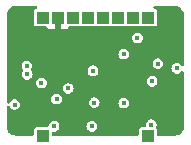
<source format=gbr>
%TF.GenerationSoftware,KiCad,Pcbnew,8.0.1-8.0.1-1~ubuntu22.04.1*%
%TF.CreationDate,2024-03-30T15:12:20+00:00*%
%TF.ProjectId,EMG_INA331,454d475f-494e-4413-9333-312e6b696361,1.0*%
%TF.SameCoordinates,Original*%
%TF.FileFunction,Copper,L3,Inr*%
%TF.FilePolarity,Positive*%
%FSLAX46Y46*%
G04 Gerber Fmt 4.6, Leading zero omitted, Abs format (unit mm)*
G04 Created by KiCad (PCBNEW 8.0.1-8.0.1-1~ubuntu22.04.1) date 2024-03-30 15:12:20*
%MOMM*%
%LPD*%
G01*
G04 APERTURE LIST*
%TA.AperFunction,ComponentPad*%
%ADD10R,1.000000X1.000000*%
%TD*%
%TA.AperFunction,ViaPad*%
%ADD11C,0.400000*%
%TD*%
G04 APERTURE END LIST*
D10*
%TO.N,/MISO*%
%TO.C,J4*%
X-635000Y0D03*
%TD*%
%TO.N,/SCLK*%
%TO.C,J6*%
X1905000Y0D03*
%TD*%
%TO.N,+3.3V*%
%TO.C,J1*%
X-4445000Y0D03*
%TD*%
%TO.N,GND*%
%TO.C,J2*%
X-3175000Y0D03*
%TD*%
%TO.N,/CSB*%
%TO.C,J7*%
X3175000Y0D03*
%TD*%
%TO.N,unconnected-(J3-Pin_1-Pad1)*%
%TO.C,J3*%
X-1905000Y0D03*
%TD*%
%TO.N,/PROB-*%
%TO.C,J9*%
X4445000Y-10000000D03*
%TD*%
%TO.N,/PROB+*%
%TO.C,J10*%
X-4445000Y-10000000D03*
%TD*%
%TO.N,/MOSI*%
%TO.C,J5*%
X635000Y0D03*
%TD*%
%TO.N,/extRef*%
%TO.C,J8*%
X4445000Y0D03*
%TD*%
D11*
%TO.N,/IN-*%
X-300000Y-9200000D03*
%TO.N,GND*%
X-2900000Y-4300000D03*
X4200000Y-3400000D03*
X5800000Y-5000000D03*
X4600000Y-7236500D03*
X-4400000Y-6500000D03*
X-5100000Y-2300000D03*
X400000Y-4000000D03*
%TO.N,+3.3V*%
X6900000Y-4300000D03*
%TO.N,+3.3VA*%
X-5791400Y-4100000D03*
%TO.N,/CSB*%
X3560000Y-1730000D03*
%TO.N,Vref*%
X-200000Y-4500000D03*
X-100000Y-7200000D03*
%TO.N,Net-(U2--IN)*%
X-3290000Y-6910000D03*
%TO.N,Net-(U4--IN)*%
X2400000Y-7250000D03*
%TO.N,Net-(U5-R)*%
X2400000Y-3100000D03*
%TO.N,Net-(U1-GS)*%
X-6830000Y-7370000D03*
%TO.N,/IN+*%
X-3500000Y-9200000D03*
%TO.N,/REF*%
X-2300000Y-6000000D03*
X-4567100Y-5532100D03*
%TO.N,/OUT_INA*%
X-5775000Y-4811700D03*
%TO.N,/OUT1*%
X4727550Y-9072450D03*
X5300000Y-3900000D03*
%TO.N,/ADC2*%
X4800000Y-5400000D03*
%TD*%
%TA.AperFunction,Conductor*%
%TO.N,GND*%
G36*
X-4960095Y969815D02*
G01*
X-4914340Y917011D01*
X-4904396Y847853D01*
X-4933421Y784297D01*
X-4992199Y746523D01*
X-5002943Y743883D01*
X-5042736Y735968D01*
X-5042740Y735967D01*
X-5125601Y680601D01*
X-5180967Y597740D01*
X-5180968Y597736D01*
X-5195500Y524679D01*
X-5195500Y-524678D01*
X-5180968Y-597735D01*
X-5180967Y-597739D01*
X-5180966Y-597740D01*
X-5125601Y-680601D01*
X-5047613Y-732710D01*
X-5042740Y-735966D01*
X-5042736Y-735967D01*
X-4969679Y-750499D01*
X-4969676Y-750500D01*
X-4174126Y-750500D01*
X-4107087Y-770185D01*
X-4074859Y-800189D01*
X-4032191Y-857186D01*
X-4032186Y-857191D01*
X-3917094Y-943350D01*
X-3917087Y-943354D01*
X-3782380Y-993596D01*
X-3782373Y-993598D01*
X-3722845Y-999999D01*
X-3722828Y-1000000D01*
X-3425000Y-1000000D01*
X-3425000Y-209618D01*
X-3374554Y-260064D01*
X-3300445Y-302851D01*
X-3217787Y-325000D01*
X-3132213Y-325000D01*
X-3049555Y-302851D01*
X-2975446Y-260064D01*
X-2925000Y-209618D01*
X-2925000Y-1000000D01*
X-2627172Y-1000000D01*
X-2627156Y-999999D01*
X-2567628Y-993598D01*
X-2567621Y-993596D01*
X-2432914Y-943354D01*
X-2432907Y-943350D01*
X-2317815Y-857191D01*
X-2317810Y-857186D01*
X-2275141Y-800189D01*
X-2219207Y-758318D01*
X-2175874Y-750500D01*
X-1380324Y-750500D01*
X-1380323Y-750499D01*
X-1363281Y-747109D01*
X-1295281Y-733584D01*
X-1294459Y-737720D01*
X-1248032Y-732710D01*
X-1244738Y-733677D01*
X-1244719Y-733584D01*
X-1159679Y-750499D01*
X-1159676Y-750500D01*
X-1159674Y-750500D01*
X-110324Y-750500D01*
X-110323Y-750499D01*
X-93281Y-747109D01*
X-25281Y-733584D01*
X-24459Y-737720D01*
X21968Y-732710D01*
X25262Y-733677D01*
X25281Y-733584D01*
X110321Y-750499D01*
X110324Y-750500D01*
X110326Y-750500D01*
X1159676Y-750500D01*
X1159677Y-750499D01*
X1176719Y-747109D01*
X1244719Y-733584D01*
X1245541Y-737720D01*
X1291968Y-732710D01*
X1295262Y-733677D01*
X1295281Y-733584D01*
X1380321Y-750499D01*
X1380324Y-750500D01*
X1380326Y-750500D01*
X2429676Y-750500D01*
X2429677Y-750499D01*
X2446719Y-747109D01*
X2514719Y-733584D01*
X2515541Y-737720D01*
X2561968Y-732710D01*
X2565262Y-733677D01*
X2565281Y-733584D01*
X2650321Y-750499D01*
X2650324Y-750500D01*
X2650326Y-750500D01*
X3699676Y-750500D01*
X3699677Y-750499D01*
X3716719Y-747109D01*
X3784719Y-733584D01*
X3785541Y-737720D01*
X3831968Y-732710D01*
X3835262Y-733677D01*
X3835281Y-733584D01*
X3920321Y-750499D01*
X3920324Y-750500D01*
X3920326Y-750500D01*
X4969676Y-750500D01*
X4969677Y-750499D01*
X5042740Y-735966D01*
X5125601Y-680601D01*
X5180966Y-597740D01*
X5195500Y-524674D01*
X5195500Y524674D01*
X5195500Y524677D01*
X5195499Y524679D01*
X5180967Y597736D01*
X5180966Y597740D01*
X5145999Y650072D01*
X5125601Y680601D01*
X5070235Y717595D01*
X5042739Y735967D01*
X5042735Y735968D01*
X5002943Y743883D01*
X4941032Y776268D01*
X4906457Y836984D01*
X4910197Y906753D01*
X4951064Y963425D01*
X5016082Y989006D01*
X5027134Y989500D01*
X6743908Y989500D01*
X6756061Y988903D01*
X6765633Y987961D01*
X6882118Y976488D01*
X6905955Y971746D01*
X7021310Y936753D01*
X7043764Y927452D01*
X7082490Y906753D01*
X7150071Y870630D01*
X7170283Y857125D01*
X7263464Y780653D01*
X7280652Y763465D01*
X7357124Y670284D01*
X7370629Y650072D01*
X7427450Y543768D01*
X7436752Y521311D01*
X7471745Y405956D01*
X7476488Y382114D01*
X7488903Y256062D01*
X7489500Y243908D01*
X7489500Y-3959929D01*
X7469815Y-4026968D01*
X7417011Y-4072723D01*
X7347853Y-4082667D01*
X7284297Y-4053642D01*
X7271787Y-4041131D01*
X7198051Y-3956034D01*
X7177301Y-3942699D01*
X7089069Y-3885996D01*
X7089065Y-3885994D01*
X7089064Y-3885994D01*
X6964774Y-3849500D01*
X6964772Y-3849500D01*
X6835228Y-3849500D01*
X6835226Y-3849500D01*
X6710935Y-3885994D01*
X6710932Y-3885995D01*
X6710931Y-3885996D01*
X6659677Y-3918934D01*
X6601950Y-3956033D01*
X6517118Y-4053937D01*
X6517117Y-4053938D01*
X6463302Y-4171774D01*
X6444867Y-4300000D01*
X6463302Y-4428225D01*
X6517117Y-4546061D01*
X6517118Y-4546063D01*
X6601951Y-4643967D01*
X6710931Y-4714004D01*
X6820117Y-4746063D01*
X6835225Y-4750499D01*
X6835227Y-4750500D01*
X6835228Y-4750500D01*
X6964773Y-4750500D01*
X6964773Y-4750499D01*
X7089069Y-4714004D01*
X7198049Y-4643967D01*
X7271787Y-4558867D01*
X7330564Y-4521093D01*
X7400433Y-4521092D01*
X7459212Y-4558866D01*
X7488238Y-4622422D01*
X7489500Y-4640070D01*
X7489500Y-9243906D01*
X7488903Y-9256060D01*
X7476488Y-9382112D01*
X7471746Y-9405953D01*
X7436753Y-9521309D01*
X7427450Y-9543767D01*
X7370629Y-9650072D01*
X7357124Y-9670284D01*
X7280653Y-9763464D01*
X7263465Y-9780652D01*
X7170284Y-9857124D01*
X7150072Y-9870629D01*
X7043768Y-9927450D01*
X7021310Y-9936753D01*
X6905954Y-9971746D01*
X6882113Y-9976488D01*
X6756072Y-9988902D01*
X6743918Y-9989499D01*
X5319500Y-9989499D01*
X5252461Y-9969814D01*
X5206706Y-9917010D01*
X5195500Y-9865499D01*
X5195500Y-9475323D01*
X5195499Y-9475321D01*
X5180967Y-9402264D01*
X5180966Y-9402260D01*
X5167504Y-9382112D01*
X5154767Y-9363050D01*
X5133891Y-9296375D01*
X5145078Y-9242649D01*
X5161494Y-9206703D01*
X5164247Y-9200676D01*
X5182683Y-9072450D01*
X5164247Y-8944224D01*
X5110432Y-8826387D01*
X5025599Y-8728483D01*
X4916619Y-8658446D01*
X4916615Y-8658444D01*
X4916614Y-8658444D01*
X4792324Y-8621950D01*
X4792322Y-8621950D01*
X4662778Y-8621950D01*
X4662776Y-8621950D01*
X4538485Y-8658444D01*
X4538482Y-8658445D01*
X4538481Y-8658446D01*
X4487227Y-8691384D01*
X4429500Y-8728483D01*
X4344668Y-8826387D01*
X4344667Y-8826388D01*
X4290852Y-8944224D01*
X4272416Y-9072450D01*
X4277507Y-9107854D01*
X4267563Y-9177012D01*
X4221808Y-9229816D01*
X4154769Y-9249500D01*
X3920323Y-9249500D01*
X3847264Y-9264032D01*
X3847260Y-9264033D01*
X3764399Y-9319399D01*
X3709033Y-9402260D01*
X3709032Y-9402264D01*
X3694500Y-9475321D01*
X3694500Y-9865499D01*
X3674815Y-9932538D01*
X3622011Y-9978293D01*
X3570500Y-9989499D01*
X-3570500Y-9989499D01*
X-3637539Y-9969814D01*
X-3683294Y-9917010D01*
X-3694500Y-9865499D01*
X-3694500Y-9774500D01*
X-3674815Y-9707461D01*
X-3622011Y-9661706D01*
X-3570500Y-9650500D01*
X-3435227Y-9650500D01*
X-3435227Y-9650499D01*
X-3310931Y-9614004D01*
X-3201951Y-9543967D01*
X-3117118Y-9446063D01*
X-3063303Y-9328226D01*
X-3044867Y-9200000D01*
X-755133Y-9200000D01*
X-736698Y-9328225D01*
X-702885Y-9402264D01*
X-682882Y-9446063D01*
X-598049Y-9543967D01*
X-489069Y-9614004D01*
X-364775Y-9650499D01*
X-364773Y-9650500D01*
X-364772Y-9650500D01*
X-235227Y-9650500D01*
X-235227Y-9650499D01*
X-110931Y-9614004D01*
X-1951Y-9543967D01*
X82882Y-9446063D01*
X136697Y-9328226D01*
X155133Y-9200000D01*
X136697Y-9071774D01*
X82882Y-8953937D01*
X-1951Y-8856033D01*
X-110931Y-8785996D01*
X-110935Y-8785994D01*
X-110936Y-8785994D01*
X-235226Y-8749500D01*
X-235228Y-8749500D01*
X-364772Y-8749500D01*
X-364774Y-8749500D01*
X-489065Y-8785994D01*
X-489068Y-8785995D01*
X-489069Y-8785996D01*
X-540323Y-8818934D01*
X-598050Y-8856033D01*
X-682882Y-8953937D01*
X-682883Y-8953938D01*
X-736698Y-9071774D01*
X-755133Y-9200000D01*
X-3044867Y-9200000D01*
X-3063303Y-9071774D01*
X-3117118Y-8953937D01*
X-3201951Y-8856033D01*
X-3310931Y-8785996D01*
X-3310935Y-8785994D01*
X-3310936Y-8785994D01*
X-3435226Y-8749500D01*
X-3435228Y-8749500D01*
X-3564772Y-8749500D01*
X-3564774Y-8749500D01*
X-3689065Y-8785994D01*
X-3689068Y-8785995D01*
X-3689069Y-8785996D01*
X-3740323Y-8818934D01*
X-3798050Y-8856033D01*
X-3882882Y-8953937D01*
X-3882883Y-8953938D01*
X-3936698Y-9071774D01*
X-3946959Y-9143147D01*
X-3975984Y-9206703D01*
X-4034762Y-9244477D01*
X-4069697Y-9249500D01*
X-4969677Y-9249500D01*
X-5042736Y-9264032D01*
X-5042740Y-9264033D01*
X-5125601Y-9319399D01*
X-5180967Y-9402260D01*
X-5180968Y-9402264D01*
X-5195500Y-9475321D01*
X-5195500Y-9865499D01*
X-5215185Y-9932538D01*
X-5267989Y-9978293D01*
X-5319500Y-9989499D01*
X-6743910Y-9989499D01*
X-6756063Y-9988902D01*
X-6882113Y-9976488D01*
X-6905956Y-9971745D01*
X-7021311Y-9936752D01*
X-7043768Y-9927450D01*
X-7150072Y-9870629D01*
X-7170284Y-9857124D01*
X-7263465Y-9780652D01*
X-7280653Y-9763464D01*
X-7357125Y-9670283D01*
X-7370630Y-9650071D01*
X-7427344Y-9543967D01*
X-7427452Y-9543764D01*
X-7436753Y-9521310D01*
X-7471746Y-9405955D01*
X-7476488Y-9382118D01*
X-7488903Y-9256060D01*
X-7489500Y-9243907D01*
X-7489500Y-7580373D01*
X-7469815Y-7513334D01*
X-7417011Y-7467579D01*
X-7347853Y-7457635D01*
X-7284297Y-7486660D01*
X-7252707Y-7528859D01*
X-7212882Y-7616063D01*
X-7128049Y-7713967D01*
X-7019069Y-7784004D01*
X-6894775Y-7820499D01*
X-6894773Y-7820500D01*
X-6894772Y-7820500D01*
X-6765227Y-7820500D01*
X-6765227Y-7820499D01*
X-6640931Y-7784004D01*
X-6531951Y-7713967D01*
X-6447118Y-7616063D01*
X-6393303Y-7498226D01*
X-6374867Y-7370000D01*
X-6393303Y-7241774D01*
X-6447118Y-7123937D01*
X-6531951Y-7026033D01*
X-6640931Y-6955996D01*
X-6640935Y-6955994D01*
X-6640936Y-6955994D01*
X-6765226Y-6919500D01*
X-6765228Y-6919500D01*
X-6894772Y-6919500D01*
X-6894774Y-6919500D01*
X-7019065Y-6955994D01*
X-7019068Y-6955995D01*
X-7019069Y-6955996D01*
X-7070323Y-6988934D01*
X-7128050Y-7026033D01*
X-7212882Y-7123937D01*
X-7212883Y-7123938D01*
X-7252706Y-7211138D01*
X-7298461Y-7263942D01*
X-7365501Y-7283626D01*
X-7432540Y-7263941D01*
X-7478295Y-7211137D01*
X-7489500Y-7159626D01*
X-7489500Y-6910000D01*
X-3745133Y-6910000D01*
X-3726698Y-7038225D01*
X-3687554Y-7123937D01*
X-3672882Y-7156063D01*
X-3588049Y-7253967D01*
X-3479069Y-7324004D01*
X-3354775Y-7360499D01*
X-3354773Y-7360500D01*
X-3354772Y-7360500D01*
X-3225227Y-7360500D01*
X-3225227Y-7360499D01*
X-3100931Y-7324004D01*
X-2991951Y-7253967D01*
X-2945189Y-7200000D01*
X-555133Y-7200000D01*
X-536698Y-7328225D01*
X-482883Y-7446061D01*
X-482882Y-7446063D01*
X-398049Y-7543967D01*
X-289069Y-7614004D01*
X-164775Y-7650499D01*
X-164773Y-7650500D01*
X-164772Y-7650500D01*
X-35227Y-7650500D01*
X-35227Y-7650499D01*
X89069Y-7614004D01*
X198049Y-7543967D01*
X282882Y-7446063D01*
X336697Y-7328226D01*
X347944Y-7250000D01*
X1944867Y-7250000D01*
X1963302Y-7378225D01*
X2012824Y-7486660D01*
X2017118Y-7496063D01*
X2101951Y-7593967D01*
X2210931Y-7664004D01*
X2335225Y-7700499D01*
X2335227Y-7700500D01*
X2335228Y-7700500D01*
X2464773Y-7700500D01*
X2464773Y-7700499D01*
X2589069Y-7664004D01*
X2698049Y-7593967D01*
X2782882Y-7496063D01*
X2836697Y-7378226D01*
X2855133Y-7250000D01*
X2836697Y-7121774D01*
X2782882Y-7003937D01*
X2698049Y-6906033D01*
X2589069Y-6835996D01*
X2589065Y-6835994D01*
X2589064Y-6835994D01*
X2464774Y-6799500D01*
X2464772Y-6799500D01*
X2335228Y-6799500D01*
X2335226Y-6799500D01*
X2210935Y-6835994D01*
X2210932Y-6835995D01*
X2210931Y-6835996D01*
X2179753Y-6856033D01*
X2101950Y-6906033D01*
X2017118Y-7003937D01*
X2017117Y-7003938D01*
X1963302Y-7121774D01*
X1944867Y-7250000D01*
X347944Y-7250000D01*
X355133Y-7200000D01*
X336697Y-7071774D01*
X282882Y-6953937D01*
X198049Y-6856033D01*
X89069Y-6785996D01*
X89065Y-6785994D01*
X89064Y-6785994D01*
X-35226Y-6749500D01*
X-35228Y-6749500D01*
X-164772Y-6749500D01*
X-164774Y-6749500D01*
X-289065Y-6785994D01*
X-289068Y-6785995D01*
X-289069Y-6785996D01*
X-340323Y-6818934D01*
X-398050Y-6856033D01*
X-482882Y-6953937D01*
X-482883Y-6953938D01*
X-536698Y-7071774D01*
X-555133Y-7200000D01*
X-2945189Y-7200000D01*
X-2907118Y-7156063D01*
X-2853303Y-7038226D01*
X-2834867Y-6910000D01*
X-2853303Y-6781774D01*
X-2907118Y-6663937D01*
X-2991951Y-6566033D01*
X-3100931Y-6495996D01*
X-3100935Y-6495994D01*
X-3100936Y-6495994D01*
X-3225226Y-6459500D01*
X-3225228Y-6459500D01*
X-3354772Y-6459500D01*
X-3354774Y-6459500D01*
X-3479065Y-6495994D01*
X-3479068Y-6495995D01*
X-3479069Y-6495996D01*
X-3530323Y-6528934D01*
X-3588050Y-6566033D01*
X-3672882Y-6663937D01*
X-3672883Y-6663938D01*
X-3726698Y-6781774D01*
X-3745133Y-6910000D01*
X-7489500Y-6910000D01*
X-7489500Y-6000000D01*
X-2755133Y-6000000D01*
X-2736698Y-6128225D01*
X-2682883Y-6246061D01*
X-2682882Y-6246063D01*
X-2598049Y-6343967D01*
X-2489069Y-6414004D01*
X-2364775Y-6450499D01*
X-2364773Y-6450500D01*
X-2364772Y-6450500D01*
X-2235227Y-6450500D01*
X-2235227Y-6450499D01*
X-2110931Y-6414004D01*
X-2001951Y-6343967D01*
X-1917118Y-6246063D01*
X-1863303Y-6128226D01*
X-1844867Y-6000000D01*
X-1863303Y-5871774D01*
X-1917118Y-5753937D01*
X-2001951Y-5656033D01*
X-2110931Y-5585996D01*
X-2110935Y-5585994D01*
X-2110936Y-5585994D01*
X-2235226Y-5549500D01*
X-2235228Y-5549500D01*
X-2364772Y-5549500D01*
X-2364774Y-5549500D01*
X-2489065Y-5585994D01*
X-2489068Y-5585995D01*
X-2489069Y-5585996D01*
X-2540323Y-5618934D01*
X-2598050Y-5656033D01*
X-2682882Y-5753937D01*
X-2682883Y-5753938D01*
X-2736698Y-5871774D01*
X-2755133Y-6000000D01*
X-7489500Y-6000000D01*
X-7489500Y-5532100D01*
X-5022233Y-5532100D01*
X-5003798Y-5660325D01*
X-4965599Y-5743967D01*
X-4949982Y-5778163D01*
X-4865149Y-5876067D01*
X-4756169Y-5946104D01*
X-4631875Y-5982599D01*
X-4631873Y-5982600D01*
X-4631872Y-5982600D01*
X-4502327Y-5982600D01*
X-4502327Y-5982599D01*
X-4378031Y-5946104D01*
X-4269051Y-5876067D01*
X-4184218Y-5778163D01*
X-4130403Y-5660326D01*
X-4111967Y-5532100D01*
X-4130403Y-5403874D01*
X-4132172Y-5400000D01*
X4344867Y-5400000D01*
X4363302Y-5528225D01*
X4389685Y-5585994D01*
X4417118Y-5646063D01*
X4501951Y-5743967D01*
X4610931Y-5814004D01*
X4735225Y-5850499D01*
X4735227Y-5850500D01*
X4735228Y-5850500D01*
X4864773Y-5850500D01*
X4864773Y-5850499D01*
X4989069Y-5814004D01*
X5098049Y-5743967D01*
X5182882Y-5646063D01*
X5236697Y-5528226D01*
X5255133Y-5400000D01*
X5236697Y-5271774D01*
X5182882Y-5153937D01*
X5098049Y-5056033D01*
X4989069Y-4985996D01*
X4989065Y-4985994D01*
X4989064Y-4985994D01*
X4864774Y-4949500D01*
X4864772Y-4949500D01*
X4735228Y-4949500D01*
X4735226Y-4949500D01*
X4610935Y-4985994D01*
X4610932Y-4985995D01*
X4610931Y-4985996D01*
X4559677Y-5018934D01*
X4501950Y-5056033D01*
X4417118Y-5153937D01*
X4417117Y-5153938D01*
X4363302Y-5271774D01*
X4344867Y-5400000D01*
X-4132172Y-5400000D01*
X-4184218Y-5286037D01*
X-4269051Y-5188133D01*
X-4378031Y-5118096D01*
X-4378035Y-5118094D01*
X-4378036Y-5118094D01*
X-4502326Y-5081600D01*
X-4502328Y-5081600D01*
X-4631872Y-5081600D01*
X-4631874Y-5081600D01*
X-4756165Y-5118094D01*
X-4756168Y-5118095D01*
X-4756169Y-5118096D01*
X-4807423Y-5151034D01*
X-4865150Y-5188133D01*
X-4949982Y-5286037D01*
X-4949983Y-5286038D01*
X-5003798Y-5403874D01*
X-5022233Y-5532100D01*
X-7489500Y-5532100D01*
X-7489500Y-4100000D01*
X-6246533Y-4100000D01*
X-6228098Y-4228225D01*
X-6216355Y-4253937D01*
X-6174282Y-4346063D01*
X-6141314Y-4384111D01*
X-6112289Y-4447666D01*
X-6122233Y-4516825D01*
X-6141313Y-4546514D01*
X-6157880Y-4565633D01*
X-6157883Y-4565638D01*
X-6211698Y-4683474D01*
X-6230133Y-4811700D01*
X-6211698Y-4939925D01*
X-6158672Y-5056033D01*
X-6157882Y-5057763D01*
X-6073049Y-5155667D01*
X-5964069Y-5225704D01*
X-5839775Y-5262199D01*
X-5839773Y-5262200D01*
X-5839772Y-5262200D01*
X-5710227Y-5262200D01*
X-5710227Y-5262199D01*
X-5585931Y-5225704D01*
X-5476951Y-5155667D01*
X-5392118Y-5057763D01*
X-5338303Y-4939926D01*
X-5319867Y-4811700D01*
X-5338303Y-4683474D01*
X-5392118Y-4565637D01*
X-5425087Y-4527588D01*
X-5437686Y-4500000D01*
X-655133Y-4500000D01*
X-636698Y-4628225D01*
X-611466Y-4683474D01*
X-582882Y-4746063D01*
X-498049Y-4843967D01*
X-389069Y-4914004D01*
X-264775Y-4950499D01*
X-264773Y-4950500D01*
X-264772Y-4950500D01*
X-135227Y-4950500D01*
X-135227Y-4950499D01*
X-10931Y-4914004D01*
X98049Y-4843967D01*
X182882Y-4746063D01*
X236697Y-4628226D01*
X255133Y-4500000D01*
X236697Y-4371774D01*
X182882Y-4253937D01*
X98049Y-4156033D01*
X-10931Y-4085996D01*
X-10935Y-4085994D01*
X-10936Y-4085994D01*
X-135226Y-4049500D01*
X-135228Y-4049500D01*
X-264772Y-4049500D01*
X-264774Y-4049500D01*
X-389065Y-4085994D01*
X-389068Y-4085995D01*
X-389069Y-4085996D01*
X-440323Y-4118934D01*
X-498050Y-4156033D01*
X-582882Y-4253937D01*
X-582883Y-4253938D01*
X-636698Y-4371774D01*
X-655133Y-4500000D01*
X-5437686Y-4500000D01*
X-5454111Y-4464032D01*
X-5444167Y-4394873D01*
X-5425088Y-4365186D01*
X-5408518Y-4346063D01*
X-5354703Y-4228226D01*
X-5336267Y-4100000D01*
X-5354703Y-3971774D01*
X-5387481Y-3900000D01*
X4844867Y-3900000D01*
X4863302Y-4028225D01*
X4889685Y-4085994D01*
X4917118Y-4146063D01*
X5001951Y-4243967D01*
X5110931Y-4314004D01*
X5220117Y-4346063D01*
X5235225Y-4350499D01*
X5235227Y-4350500D01*
X5235228Y-4350500D01*
X5364773Y-4350500D01*
X5364773Y-4350499D01*
X5489069Y-4314004D01*
X5598049Y-4243967D01*
X5682882Y-4146063D01*
X5736697Y-4028226D01*
X5755133Y-3900000D01*
X5736697Y-3771774D01*
X5682882Y-3653937D01*
X5598049Y-3556033D01*
X5489069Y-3485996D01*
X5489065Y-3485994D01*
X5489064Y-3485994D01*
X5364774Y-3449500D01*
X5364772Y-3449500D01*
X5235228Y-3449500D01*
X5235226Y-3449500D01*
X5110935Y-3485994D01*
X5110932Y-3485995D01*
X5110931Y-3485996D01*
X5067350Y-3514004D01*
X5001950Y-3556033D01*
X4917118Y-3653937D01*
X4917117Y-3653938D01*
X4863302Y-3771774D01*
X4844867Y-3900000D01*
X-5387481Y-3900000D01*
X-5408518Y-3853937D01*
X-5493351Y-3756033D01*
X-5602331Y-3685996D01*
X-5602335Y-3685994D01*
X-5602336Y-3685994D01*
X-5726626Y-3649500D01*
X-5726628Y-3649500D01*
X-5856172Y-3649500D01*
X-5856174Y-3649500D01*
X-5980465Y-3685994D01*
X-5980468Y-3685995D01*
X-5980469Y-3685996D01*
X-6031723Y-3718934D01*
X-6089450Y-3756033D01*
X-6174282Y-3853937D01*
X-6174283Y-3853938D01*
X-6228098Y-3971774D01*
X-6246533Y-4100000D01*
X-7489500Y-4100000D01*
X-7489500Y-3100000D01*
X1944867Y-3100000D01*
X1963302Y-3228225D01*
X2017117Y-3346061D01*
X2017118Y-3346063D01*
X2101951Y-3443967D01*
X2210931Y-3514004D01*
X2335225Y-3550499D01*
X2335227Y-3550500D01*
X2335228Y-3550500D01*
X2464773Y-3550500D01*
X2464773Y-3550499D01*
X2589069Y-3514004D01*
X2698049Y-3443967D01*
X2782882Y-3346063D01*
X2836697Y-3228226D01*
X2855133Y-3100000D01*
X2836697Y-2971774D01*
X2782882Y-2853937D01*
X2698049Y-2756033D01*
X2589069Y-2685996D01*
X2589065Y-2685994D01*
X2589064Y-2685994D01*
X2464774Y-2649500D01*
X2464772Y-2649500D01*
X2335228Y-2649500D01*
X2335226Y-2649500D01*
X2210935Y-2685994D01*
X2210932Y-2685995D01*
X2210931Y-2685996D01*
X2159677Y-2718934D01*
X2101950Y-2756033D01*
X2017118Y-2853937D01*
X2017117Y-2853938D01*
X1963302Y-2971774D01*
X1944867Y-3100000D01*
X-7489500Y-3100000D01*
X-7489500Y-1730000D01*
X3104867Y-1730000D01*
X3123302Y-1858225D01*
X3177117Y-1976061D01*
X3177118Y-1976063D01*
X3261951Y-2073967D01*
X3370931Y-2144004D01*
X3495225Y-2180499D01*
X3495227Y-2180500D01*
X3495228Y-2180500D01*
X3624773Y-2180500D01*
X3624773Y-2180499D01*
X3749069Y-2144004D01*
X3858049Y-2073967D01*
X3942882Y-1976063D01*
X3996697Y-1858226D01*
X4015133Y-1730000D01*
X3996697Y-1601774D01*
X3942882Y-1483937D01*
X3858049Y-1386033D01*
X3749069Y-1315996D01*
X3749065Y-1315994D01*
X3749064Y-1315994D01*
X3624774Y-1279500D01*
X3624772Y-1279500D01*
X3495228Y-1279500D01*
X3495226Y-1279500D01*
X3370935Y-1315994D01*
X3370932Y-1315995D01*
X3370931Y-1315996D01*
X3319677Y-1348934D01*
X3261950Y-1386033D01*
X3177118Y-1483937D01*
X3177117Y-1483938D01*
X3123302Y-1601774D01*
X3104867Y-1730000D01*
X-7489500Y-1730000D01*
X-7489500Y243908D01*
X-7488903Y256061D01*
X-7482123Y324903D01*
X-7476488Y382120D01*
X-7471749Y405946D01*
X-7436752Y521317D01*
X-7427454Y543762D01*
X-7370626Y650079D01*
X-7357130Y670279D01*
X-7280650Y763470D01*
X-7263471Y780649D01*
X-7170279Y857130D01*
X-7150079Y870627D01*
X-7043762Y927454D01*
X-7021318Y936752D01*
X-6905947Y971749D01*
X-6882122Y976488D01*
X-6773418Y987195D01*
X-6756081Y988902D01*
X-6743927Y989499D01*
X-6695234Y989499D01*
X-6695225Y989500D01*
X-5027134Y989500D01*
X-4960095Y969815D01*
G37*
%TD.AperFunction*%
%TD*%
M02*

</source>
